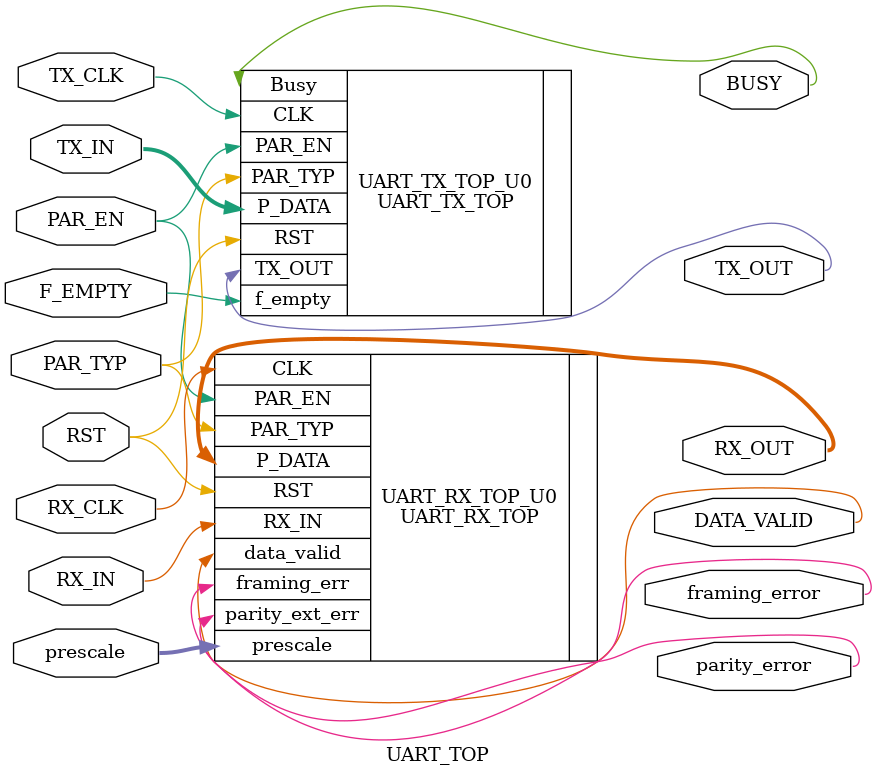
<source format=v>
module UART_TOP (
  input     wire              TX_CLK,
  input     wire              RX_CLK,
  input     wire              RST,
  input     wire              RX_IN,
  input     wire    [7:0]     TX_IN,     
  input     wire              F_EMPTY,
  input     wire              PAR_EN,
  input     wire              PAR_TYP,
  input     wire    [5:0]     prescale,
  
  output    wire    [7:0]     RX_OUT,
  output    wire              TX_OUT,
  output    wire              BUSY,
  output    wire              DATA_VALID,
  output    wire              parity_error,
  output    wire              framing_error
  
);

  UART_TX_TOP UART_TX_TOP_U0 (
    .P_DATA     (TX_IN),
    .PAR_EN     (PAR_EN),
    .PAR_TYP    (PAR_TYP),
    .CLK        (TX_CLK),
    .RST        (RST),
    .f_empty    (F_EMPTY),
    .Busy       (BUSY),
    .TX_OUT     (TX_OUT)
  );

  UART_RX_TOP UART_RX_TOP_U0 (
    .PAR_EN     (PAR_EN),
    .PAR_TYP    (PAR_TYP),
    .RX_IN      (RX_IN),
    .prescale   (prescale),
    .RST        (RST),
    .CLK        (RX_CLK),
    .data_valid (DATA_VALID),
    .P_DATA     (RX_OUT),
    .framing_err (framing_error),
    .parity_ext_err (parity_error)
  ); 


endmodule
</source>
